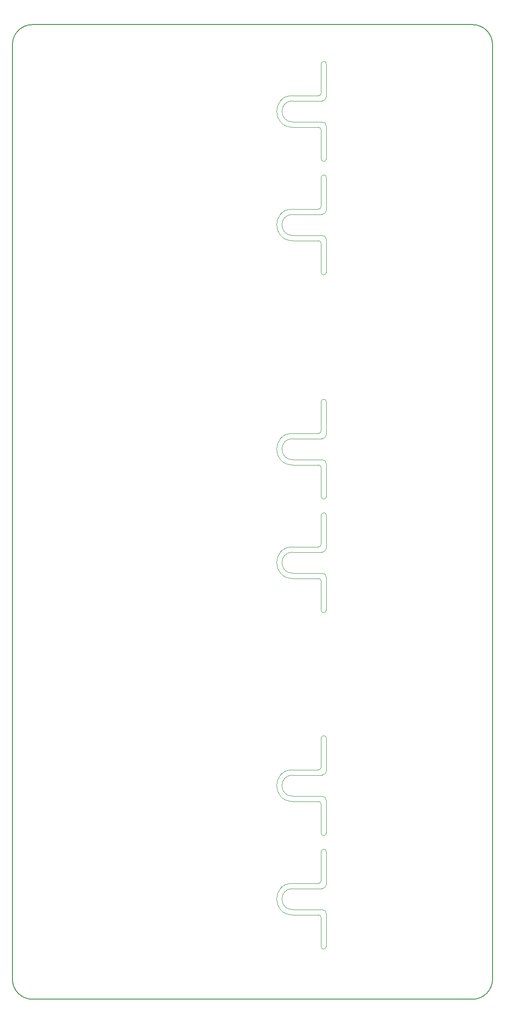
<source format=gbr>
G04 #@! TF.GenerationSoftware,KiCad,Pcbnew,(5.1.12-1-10_14)*
G04 #@! TF.CreationDate,2021-11-18T09:42:33+01:00*
G04 #@! TF.ProjectId,window-shutter-relay-esp8266,77696e64-6f77-42d7-9368-75747465722d,rev?*
G04 #@! TF.SameCoordinates,Original*
G04 #@! TF.FileFunction,Profile,NP*
%FSLAX46Y46*%
G04 Gerber Fmt 4.6, Leading zero omitted, Abs format (unit mm)*
G04 Created by KiCad (PCBNEW (5.1.12-1-10_14)) date 2021-11-18 09:42:33*
%MOMM*%
%LPD*%
G01*
G04 APERTURE LIST*
G04 #@! TA.AperFunction,Profile*
%ADD10C,0.100000*%
G04 #@! TD*
G04 #@! TA.AperFunction,Profile*
%ADD11C,0.150000*%
G04 #@! TD*
G04 APERTURE END LIST*
D10*
X58997106Y-168369999D02*
G75*
G02*
X59790000Y-169162893I0J-792894D01*
G01*
X59790000Y-175370000D02*
X59790000Y-169162893D01*
X59790000Y-175370000D02*
G75*
G02*
X58790000Y-175370000I-500000J0D01*
G01*
X58790000Y-169870000D02*
X58790000Y-175370000D01*
X58290000Y-169370000D02*
G75*
G02*
X58790000Y-169870000I0J-500000D01*
G01*
X53340000Y-169370000D02*
X58290000Y-169370000D01*
X53340000Y-169370000D02*
G75*
G02*
X53340000Y-163370000I0J3000000D01*
G01*
X58290000Y-163370000D02*
X53340000Y-163370000D01*
X58790000Y-162870000D02*
G75*
G02*
X58290000Y-163370000I-500000J0D01*
G01*
X58790000Y-157369999D02*
X58790000Y-162870000D01*
X58789999Y-157369999D02*
G75*
G02*
X59789999Y-157369999I500000J0D01*
G01*
X59790000Y-163577106D02*
X59789999Y-157369999D01*
X59790000Y-163577106D02*
G75*
G02*
X58997106Y-164370000I-792894J0D01*
G01*
X53340000Y-164370000D02*
X58997106Y-164370000D01*
X53340000Y-168370000D02*
G75*
G02*
X53340000Y-164370000I0J2000000D01*
G01*
X58997106Y-168370000D02*
X53340000Y-168370000D01*
X58997106Y-146779999D02*
G75*
G02*
X59790000Y-147572893I0J-792894D01*
G01*
X59790000Y-153780000D02*
X59790000Y-147572893D01*
X59790000Y-153780000D02*
G75*
G02*
X58790000Y-153780000I-500000J0D01*
G01*
X58790000Y-148280000D02*
X58790000Y-153780000D01*
X58290000Y-147780000D02*
G75*
G02*
X58790000Y-148280000I0J-500000D01*
G01*
X53340000Y-147780000D02*
X58290000Y-147780000D01*
X53340000Y-147780000D02*
G75*
G02*
X53340000Y-141780000I0J3000000D01*
G01*
X58290000Y-141780000D02*
X53340000Y-141780000D01*
X58790000Y-141280000D02*
G75*
G02*
X58290000Y-141780000I-500000J0D01*
G01*
X58790000Y-135779999D02*
X58790000Y-141280000D01*
X58789999Y-135779999D02*
G75*
G02*
X59789999Y-135779999I500000J0D01*
G01*
X59790000Y-141987106D02*
X59789999Y-135779999D01*
X59790000Y-141987106D02*
G75*
G02*
X58997106Y-142780000I-792894J0D01*
G01*
X53340000Y-142780000D02*
X58997106Y-142780000D01*
X53340000Y-146780000D02*
G75*
G02*
X53340000Y-142780000I0J2000000D01*
G01*
X58997106Y-146780000D02*
X53340000Y-146780000D01*
X58997106Y-104361999D02*
G75*
G02*
X59790000Y-105154893I0J-792894D01*
G01*
X59790000Y-111362000D02*
X59790000Y-105154893D01*
X59790000Y-111362000D02*
G75*
G02*
X58790000Y-111362000I-500000J0D01*
G01*
X58790000Y-105862000D02*
X58790000Y-111362000D01*
X58290000Y-105362000D02*
G75*
G02*
X58790000Y-105862000I0J-500000D01*
G01*
X53340000Y-105362000D02*
X58290000Y-105362000D01*
X53340000Y-105362000D02*
G75*
G02*
X53340000Y-99362000I0J3000000D01*
G01*
X58290000Y-99362000D02*
X53340000Y-99362000D01*
X58790000Y-98862000D02*
G75*
G02*
X58290000Y-99362000I-500000J0D01*
G01*
X58790000Y-93361999D02*
X58790000Y-98862000D01*
X58789999Y-93361999D02*
G75*
G02*
X59789999Y-93361999I500000J0D01*
G01*
X59790000Y-99569106D02*
X59789999Y-93361999D01*
X59790000Y-99569106D02*
G75*
G02*
X58997106Y-100362000I-792894J0D01*
G01*
X53340000Y-100362000D02*
X58997106Y-100362000D01*
X53340000Y-104362000D02*
G75*
G02*
X53340000Y-100362000I0J2000000D01*
G01*
X58997106Y-104362000D02*
X53340000Y-104362000D01*
X58997106Y-82771999D02*
G75*
G02*
X59790000Y-83564893I0J-792894D01*
G01*
X59790000Y-89772000D02*
X59790000Y-83564893D01*
X59790000Y-89772000D02*
G75*
G02*
X58790000Y-89772000I-500000J0D01*
G01*
X58790000Y-84272000D02*
X58790000Y-89772000D01*
X58290000Y-83772000D02*
G75*
G02*
X58790000Y-84272000I0J-500000D01*
G01*
X53340000Y-83772000D02*
X58290000Y-83772000D01*
X53340000Y-83772000D02*
G75*
G02*
X53340000Y-77772000I0J3000000D01*
G01*
X58290000Y-77772000D02*
X53340000Y-77772000D01*
X58790000Y-77272000D02*
G75*
G02*
X58290000Y-77772000I-500000J0D01*
G01*
X58790000Y-71771999D02*
X58790000Y-77272000D01*
X58789999Y-71771999D02*
G75*
G02*
X59789999Y-71771999I500000J0D01*
G01*
X59790000Y-77979106D02*
X59789999Y-71771999D01*
X59790000Y-77979106D02*
G75*
G02*
X58997106Y-78772000I-792894J0D01*
G01*
X53340000Y-78772000D02*
X58997106Y-78772000D01*
X53340000Y-82772000D02*
G75*
G02*
X53340000Y-78772000I0J2000000D01*
G01*
X58997106Y-82772000D02*
X53340000Y-82772000D01*
X58997106Y-40099999D02*
G75*
G02*
X59790000Y-40892893I0J-792894D01*
G01*
X59790000Y-47100000D02*
X59790000Y-40892893D01*
X59790000Y-47100000D02*
G75*
G02*
X58790000Y-47100000I-500000J0D01*
G01*
X58790000Y-41600000D02*
X58790000Y-47100000D01*
X58290000Y-41100000D02*
G75*
G02*
X58790000Y-41600000I0J-500000D01*
G01*
X53340000Y-41100000D02*
X58290000Y-41100000D01*
X53340000Y-41100000D02*
G75*
G02*
X53340000Y-35100000I0J3000000D01*
G01*
X58290000Y-35100000D02*
X53340000Y-35100000D01*
X58790000Y-34600000D02*
G75*
G02*
X58290000Y-35100000I-500000J0D01*
G01*
X58790000Y-29099999D02*
X58790000Y-34600000D01*
X58789999Y-29099999D02*
G75*
G02*
X59789999Y-29099999I500000J0D01*
G01*
X59790000Y-35307106D02*
X59789999Y-29099999D01*
X59790000Y-35307106D02*
G75*
G02*
X58997106Y-36100000I-792894J0D01*
G01*
X53340000Y-36100000D02*
X58997106Y-36100000D01*
X53340000Y-40100000D02*
G75*
G02*
X53340000Y-36100000I0J2000000D01*
G01*
X58997106Y-40100000D02*
X53340000Y-40100000D01*
X58997106Y-18509999D02*
G75*
G02*
X59790000Y-19302893I0J-792894D01*
G01*
X59790000Y-25510000D02*
X59790000Y-19302893D01*
X59790000Y-25510000D02*
G75*
G02*
X58790000Y-25510000I-500000J0D01*
G01*
X58790000Y-20010000D02*
X58790000Y-25510000D01*
X58290000Y-19510000D02*
G75*
G02*
X58790000Y-20010000I0J-500000D01*
G01*
X53340000Y-19510000D02*
X58290000Y-19510000D01*
X53340000Y-19510000D02*
G75*
G02*
X53340000Y-13510000I0J3000000D01*
G01*
X58290000Y-13510000D02*
X53340000Y-13510000D01*
X58790000Y-13010000D02*
G75*
G02*
X58290000Y-13510000I-500000J0D01*
G01*
X58790000Y-7509999D02*
X58790000Y-13010000D01*
X58789999Y-7509999D02*
G75*
G02*
X59789999Y-7509999I500000J0D01*
G01*
X59790000Y-13717106D02*
X59789999Y-7509999D01*
X59790000Y-13717106D02*
G75*
G02*
X58997106Y-14510000I-792894J0D01*
G01*
X53340000Y-14510000D02*
X58997106Y-14510000D01*
X53340000Y-18510000D02*
G75*
G02*
X53340000Y-14510000I0J2000000D01*
G01*
X58997106Y-18510000D02*
X53340000Y-18510000D01*
D11*
X91440000Y-181610000D02*
X91440000Y-3810000D01*
X3810000Y-185420000D02*
G75*
G02*
X0Y-181610000I0J3810000D01*
G01*
X91440000Y-181610000D02*
G75*
G02*
X87630000Y-185420000I-3810000J0D01*
G01*
X87630000Y0D02*
G75*
G02*
X91440000Y-3810000I0J-3810000D01*
G01*
X0Y-3810000D02*
G75*
G02*
X3810000Y0I3810000J0D01*
G01*
X0Y-3810000D02*
X0Y-181610000D01*
X87630000Y0D02*
X3810000Y0D01*
X3810000Y-185420000D02*
X87630000Y-185420000D01*
M02*

</source>
